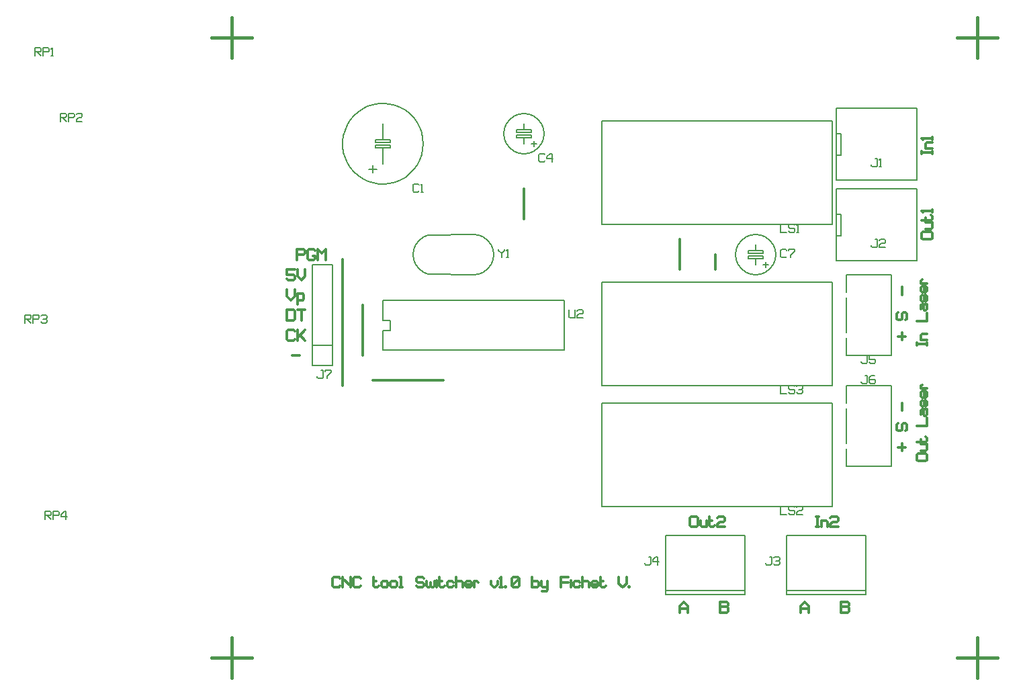
<source format=gbr>
G04                                                                  *
G04 SOURCE        : LAYO1 PCB.EXE VERSION 10                         *
G04 FORMAT        : GERBER RS-274X, Inch, 2.4, Leading Zero          *
G04 TITLE         : CNC3018SWITCHER_SILKSCREEN TOP                   *
G04 TIME          : Thursday, May 11, 2023  21:45:25                 *
G04                                                                  *
G04 Board width   : 120.000 mm. =  4.7244 inch                       *
G04 Board height  : 100.000 mm. =  3.9370 inch                       *
G04 Board offset  :   0.000 mm. =  0.0000 inch                       *
G04 Board offset  :   0.000 mm. =  0.0000 inch                       *
G04                                                                  *
G04 Apertures:                                                       *
G04       Type          X       Y             X       Y        Used  *
G04                      Inches                Metric                *
G04 D10   Draw        0.0118  0.0118        0.300   0.300       602  *
G04 D11   Draw        0.0079  0.0079        0.200   0.200       617  *
G04 D12   Draw        0.0157  0.0157        0.400   0.400        16  *
G04                                                                  *
%FSLAX24Y24*
MOIN*
SFA1.0B1.0*%
%ADD10C,0.0118*%
%ADD11C,0.0079*%
%ADD12C,0.0157*%
%LNSILKSCREEN TOP*%
G54D10*
X012000Y018370D02*
X015500Y018370D01*
X011500Y019620D02*
X011500Y022120D01*
X010500Y018120D02*
X010500Y024370D01*
X019500Y027870D02*
X019500Y026370D01*
X027250Y025370D02*
X027250Y023870D01*
X029000Y024620D02*
X029000Y023870D01*
X039762Y029684D02*
X039250Y029684D01*
X039250Y029620D02*
X039250Y029748D01*
X039762Y029620D02*
X039762Y029748D01*
X039762Y029876D02*
X039442Y029876D01*
X039506Y029876D02*
X039442Y029940D01*
X039442Y030132D01*
X039506Y030196D01*
X039762Y030196D01*
X039762Y030324D02*
X039762Y030452D01*
X039762Y030388D02*
X039250Y030388D01*
X039314Y030324D01*
X039762Y025690D02*
X039762Y025434D01*
X039698Y025370D01*
X039314Y025370D01*
X039250Y025434D01*
X039250Y025690D01*
X039314Y025754D01*
X039698Y025754D01*
X039762Y025690D01*
X039442Y025882D02*
X039698Y025882D01*
X039762Y025946D01*
X039762Y026138D01*
X039698Y026202D01*
X039442Y026202D02*
X039762Y026202D01*
X039250Y026330D02*
X039698Y026330D01*
X039762Y026394D01*
X039762Y026522D01*
X039698Y026585D01*
X039442Y026330D02*
X039442Y026458D01*
X039762Y026713D02*
X039762Y026841D01*
X039762Y026777D02*
X039250Y026777D01*
X039314Y026713D01*
X034064Y011108D02*
X034064Y011620D01*
X034000Y011620D02*
X034128Y011620D01*
X034000Y011108D02*
X034128Y011108D01*
X034256Y011108D02*
X034256Y011428D01*
X034256Y011364D02*
X034320Y011428D01*
X034512Y011428D01*
X034576Y011364D01*
X034576Y011108D01*
X035087Y011108D02*
X034704Y011108D01*
X034704Y011236D01*
X034832Y011364D01*
X035023Y011364D01*
X035087Y011428D01*
X035087Y011556D01*
X035023Y011620D01*
X034768Y011620D01*
X034704Y011556D01*
X028070Y011108D02*
X027814Y011108D01*
X027750Y011172D01*
X027750Y011556D01*
X027814Y011620D01*
X028070Y011620D01*
X028134Y011556D01*
X028134Y011172D01*
X028070Y011108D01*
X028262Y011428D02*
X028262Y011172D01*
X028326Y011108D01*
X028518Y011108D01*
X028582Y011172D01*
X028582Y011428D02*
X028582Y011108D01*
X028710Y011620D02*
X028710Y011172D01*
X028773Y011108D01*
X028901Y011108D01*
X028965Y011172D01*
X028710Y011428D02*
X028837Y011428D01*
X029477Y011108D02*
X029093Y011108D01*
X029093Y011236D01*
X029221Y011364D01*
X029413Y011364D01*
X029477Y011428D01*
X029477Y011556D01*
X029413Y011620D01*
X029157Y011620D01*
X029093Y011556D01*
X039512Y020184D02*
X039000Y020184D01*
X039000Y020120D02*
X039000Y020248D01*
X039512Y020120D02*
X039512Y020248D01*
X039512Y020376D02*
X039192Y020376D01*
X039256Y020376D02*
X039192Y020440D01*
X039192Y020632D01*
X039256Y020696D01*
X039512Y020696D01*
X039000Y021335D02*
X039512Y021335D01*
X039512Y021719D01*
X039192Y021911D02*
X039192Y022103D01*
X039256Y022167D01*
X039512Y022167D01*
X039448Y022167D02*
X039512Y022103D01*
X039512Y021911D01*
X039448Y021847D01*
X039384Y021847D01*
X039320Y021911D01*
X039320Y022103D01*
X039384Y022167D01*
X039448Y022295D02*
X039512Y022359D01*
X039512Y022551D01*
X039448Y022615D01*
X039416Y022615D01*
X039352Y022551D01*
X039352Y022359D01*
X039288Y022295D01*
X039256Y022295D01*
X039192Y022359D01*
X039192Y022551D01*
X039256Y022615D01*
X039448Y023063D02*
X039512Y022999D01*
X039512Y022807D01*
X039448Y022743D01*
X039256Y022743D01*
X039192Y022807D01*
X039192Y022999D01*
X039256Y023063D01*
X039352Y023063D01*
X039352Y022743D01*
X039512Y023191D02*
X039192Y023191D01*
X039256Y023191D02*
X039192Y023255D01*
X039192Y023319D01*
X039256Y023382D01*
X039512Y014690D02*
X039512Y014434D01*
X039448Y014370D01*
X039064Y014370D01*
X039000Y014434D01*
X039000Y014690D01*
X039064Y014754D01*
X039448Y014754D01*
X039512Y014690D01*
X039192Y014882D02*
X039448Y014882D01*
X039512Y014946D01*
X039512Y015138D01*
X039448Y015202D01*
X039192Y015202D02*
X039512Y015202D01*
X039000Y015330D02*
X039448Y015330D01*
X039512Y015394D01*
X039512Y015522D01*
X039448Y015585D01*
X039192Y015330D02*
X039192Y015458D01*
X038256Y022620D02*
X038256Y023004D01*
X038448Y021370D02*
X038512Y021434D01*
X038512Y021690D01*
X038448Y021754D01*
X038320Y021754D01*
X038256Y021690D01*
X038256Y021434D01*
X038192Y021370D01*
X038064Y021370D01*
X038000Y021434D01*
X038000Y021690D01*
X038064Y021754D01*
X038064Y020562D02*
X038448Y020562D01*
X038256Y020370D02*
X038256Y020754D01*
X038256Y016870D02*
X038256Y017254D01*
X038448Y015870D02*
X038512Y015934D01*
X038512Y016190D01*
X038448Y016254D01*
X038320Y016254D01*
X038256Y016190D01*
X038256Y015934D01*
X038192Y015870D01*
X038064Y015870D01*
X038000Y015934D01*
X038000Y016190D01*
X038064Y016254D01*
X038064Y015062D02*
X038448Y015062D01*
X038256Y014870D02*
X038256Y015254D01*
X039000Y016120D02*
X039512Y016120D01*
X039512Y016504D01*
X039192Y016696D02*
X039192Y016888D01*
X039256Y016952D01*
X039512Y016952D01*
X039448Y016952D02*
X039512Y016888D01*
X039512Y016696D01*
X039448Y016632D01*
X039384Y016632D01*
X039320Y016696D01*
X039320Y016888D01*
X039384Y016952D01*
X039448Y017080D02*
X039512Y017144D01*
X039512Y017335D01*
X039448Y017399D01*
X039416Y017399D01*
X039352Y017335D01*
X039352Y017144D01*
X039288Y017080D01*
X039256Y017080D01*
X039192Y017144D01*
X039192Y017335D01*
X039256Y017399D01*
X039448Y017847D02*
X039512Y017783D01*
X039512Y017591D01*
X039448Y017527D01*
X039256Y017527D01*
X039192Y017591D01*
X039192Y017783D01*
X039256Y017847D01*
X039352Y017847D01*
X039352Y017527D01*
X039512Y017975D02*
X039192Y017975D01*
X039256Y017975D02*
X039192Y018039D01*
X039192Y018103D01*
X039256Y018167D01*
X010384Y008172D02*
X010320Y008108D01*
X010064Y008108D01*
X010000Y008172D01*
X010000Y008556D01*
X010064Y008620D01*
X010320Y008620D01*
X010384Y008556D01*
X010512Y008108D02*
X010512Y008620D01*
X010512Y008556D02*
X010896Y008172D01*
X010896Y008108D02*
X010896Y008620D01*
X011407Y008172D02*
X011343Y008108D01*
X011087Y008108D01*
X011023Y008172D01*
X011023Y008556D01*
X011087Y008620D01*
X011343Y008620D01*
X011407Y008556D01*
X012047Y008620D02*
X012047Y008172D01*
X012111Y008108D01*
X012239Y008108D01*
X012303Y008172D01*
X012047Y008428D02*
X012175Y008428D01*
X012495Y008108D02*
X012431Y008172D01*
X012431Y008364D01*
X012495Y008428D01*
X012687Y008428D01*
X012751Y008364D01*
X012751Y008172D01*
X012687Y008108D01*
X012495Y008108D01*
X012943Y008108D02*
X012879Y008172D01*
X012879Y008364D01*
X012943Y008428D01*
X013134Y008428D01*
X013198Y008364D01*
X013198Y008172D01*
X013134Y008108D01*
X012943Y008108D01*
X013326Y008108D02*
X013454Y008108D01*
X013390Y008108D02*
X013390Y008620D01*
X013326Y008620D01*
X014158Y008172D02*
X014222Y008108D01*
X014478Y008108D01*
X014542Y008172D01*
X014542Y008300D01*
X014478Y008364D01*
X014222Y008364D01*
X014158Y008428D01*
X014158Y008556D01*
X014222Y008620D01*
X014478Y008620D01*
X014542Y008556D01*
X014670Y008428D02*
X014670Y008172D01*
X014734Y008108D01*
X014798Y008108D01*
X014862Y008172D01*
X014862Y008364D01*
X014862Y008172D02*
X014926Y008108D01*
X014990Y008108D01*
X015054Y008172D01*
X015054Y008428D01*
X015181Y008108D02*
X015181Y008364D01*
X015181Y008428D02*
X015181Y008460D01*
X015309Y008620D02*
X015309Y008172D01*
X015373Y008108D01*
X015501Y008108D01*
X015565Y008172D01*
X015309Y008428D02*
X015437Y008428D01*
X016013Y008172D02*
X015949Y008108D01*
X015757Y008108D01*
X015693Y008172D01*
X015693Y008364D01*
X015757Y008428D01*
X015949Y008428D01*
X016013Y008364D01*
X016141Y008620D02*
X016141Y008108D01*
X016141Y008364D02*
X016205Y008428D01*
X016397Y008428D01*
X016461Y008364D01*
X016461Y008108D01*
X016909Y008172D02*
X016845Y008108D01*
X016653Y008108D01*
X016589Y008172D01*
X016589Y008364D01*
X016653Y008428D01*
X016845Y008428D01*
X016909Y008364D01*
X016909Y008268D01*
X016589Y008268D01*
X017037Y008108D02*
X017037Y008428D01*
X017037Y008364D02*
X017101Y008428D01*
X017164Y008428D01*
X017228Y008364D01*
X017868Y008428D02*
X017868Y008236D01*
X017996Y008108D01*
X018060Y008108D01*
X018188Y008236D01*
X018188Y008428D01*
X018316Y008108D02*
X018444Y008108D01*
X018380Y008108D02*
X018380Y008620D01*
X018316Y008556D01*
X018572Y008108D02*
X018604Y008108D01*
X018604Y008140D01*
X018572Y008140D01*
X018572Y008108D01*
X018956Y008108D02*
X018892Y008172D01*
X018892Y008556D01*
X018956Y008620D01*
X019211Y008620D01*
X019275Y008556D01*
X019275Y008172D01*
X019211Y008108D01*
X018956Y008108D01*
X018892Y008172D02*
X019275Y008556D01*
X019915Y008108D02*
X019915Y008620D01*
X019915Y008364D02*
X019979Y008428D01*
X020171Y008428D01*
X020235Y008364D01*
X020235Y008172D01*
X020171Y008108D01*
X019979Y008108D01*
X019915Y008172D01*
X020395Y007916D02*
X020619Y007916D01*
X020683Y007980D01*
X020683Y008428D01*
X020683Y008172D02*
X020619Y008108D01*
X020427Y008108D01*
X020363Y008172D01*
X020363Y008428D01*
X021322Y008108D02*
X021322Y008620D01*
X021706Y008620D01*
X021706Y008364D02*
X021322Y008364D01*
X021834Y008108D02*
X021834Y008364D01*
X021834Y008428D02*
X021834Y008460D01*
X022282Y008172D02*
X022218Y008108D01*
X022026Y008108D01*
X021962Y008172D01*
X021962Y008364D01*
X022026Y008428D01*
X022218Y008428D01*
X022282Y008364D01*
X022410Y008620D02*
X022410Y008108D01*
X022410Y008364D02*
X022474Y008428D01*
X022666Y008428D01*
X022730Y008364D01*
X022730Y008108D01*
X023178Y008172D02*
X023114Y008108D01*
X022922Y008108D01*
X022858Y008172D01*
X022858Y008364D01*
X022922Y008428D01*
X023114Y008428D01*
X023178Y008364D01*
X023178Y008268D01*
X022858Y008268D01*
X023305Y008620D02*
X023305Y008172D01*
X023369Y008108D01*
X023497Y008108D01*
X023561Y008172D01*
X023305Y008428D02*
X023433Y008428D01*
X024201Y008620D02*
X024201Y008300D01*
X024393Y008108D01*
X024585Y008300D01*
X024585Y008620D01*
X024713Y008108D02*
X024745Y008108D01*
X024745Y008140D01*
X024713Y008140D01*
X024713Y008108D01*
X008134Y023870D02*
X007750Y023870D01*
X007750Y023614D01*
X008070Y023614D01*
X008134Y023550D01*
X008134Y023422D01*
X008070Y023358D01*
X007814Y023358D01*
X007750Y023422D01*
X008262Y023870D02*
X008262Y023550D01*
X008454Y023358D01*
X008646Y023550D01*
X008646Y023870D01*
X007750Y022870D02*
X007750Y022550D01*
X007942Y022358D01*
X008134Y022550D01*
X008134Y022870D01*
X008262Y022166D02*
X008262Y022678D01*
X008262Y022614D02*
X008326Y022678D01*
X008518Y022678D01*
X008582Y022614D01*
X008582Y022422D01*
X008518Y022358D01*
X008326Y022358D01*
X008262Y022422D01*
X007750Y021358D02*
X007750Y021870D01*
X008070Y021870D01*
X008134Y021806D01*
X008134Y021422D01*
X008070Y021358D01*
X007750Y021358D01*
X008454Y021358D02*
X008454Y021870D01*
X008262Y021870D02*
X008646Y021870D01*
X008134Y020422D02*
X008070Y020358D01*
X007814Y020358D01*
X007750Y020422D01*
X007750Y020806D01*
X007814Y020870D01*
X008070Y020870D01*
X008134Y020806D01*
X008262Y020358D02*
X008262Y020870D01*
X008262Y020486D02*
X008646Y020870D01*
X008390Y020614D02*
X008646Y020358D01*
X008000Y019614D02*
X008384Y019614D01*
X008250Y024358D02*
X008250Y024870D01*
X008570Y024870D01*
X008634Y024806D01*
X008634Y024678D01*
X008570Y024614D01*
X008250Y024614D01*
X009018Y024550D02*
X009146Y024550D01*
X009146Y024422D01*
X009082Y024358D01*
X008826Y024358D01*
X008762Y024422D01*
X008762Y024806D01*
X008826Y024870D01*
X009082Y024870D01*
X009146Y024806D01*
X009273Y024358D02*
X009273Y024870D01*
X009465Y024678D01*
X009657Y024870D01*
X009657Y024358D01*
X027250Y006858D02*
X027250Y007178D01*
X027442Y007370D01*
X027634Y007178D01*
X027634Y006858D01*
X027250Y007050D02*
X027634Y007050D01*
X029250Y006858D02*
X029250Y007370D01*
X029570Y007370D01*
X029634Y007306D01*
X029634Y007210D01*
X029570Y007146D01*
X029250Y007146D01*
X029570Y007146D02*
X029634Y007082D01*
X029634Y006922D01*
X029570Y006858D01*
X029250Y006858D01*
X035250Y006858D02*
X035250Y007370D01*
X035570Y007370D01*
X035634Y007306D01*
X035634Y007210D01*
X035570Y007146D01*
X035250Y007146D01*
X035570Y007146D02*
X035634Y007082D01*
X035634Y006922D01*
X035570Y006858D01*
X035250Y006858D01*
X033250Y006858D02*
X033250Y007178D01*
X033442Y007370D01*
X033634Y007178D01*
X033634Y006858D01*
X033250Y007050D02*
X033634Y007050D01*
G54D11*
X012126Y030057D02*
X012874Y030057D01*
X012874Y029931D01*
X012126Y029931D01*
X012126Y030057D01*
X012126Y030183D02*
X012874Y030183D01*
X012874Y030309D01*
X012126Y030309D01*
X012126Y030183D01*
X012500Y029931D02*
X012500Y029120D01*
X012500Y030309D02*
X012500Y031120D01*
X014500Y030120D02*
X014500Y030120D01*
X014484Y030400D01*
X014421Y030675D01*
X014327Y030931D01*
X014197Y031183D01*
X014031Y031407D01*
X013835Y031604D01*
X013618Y031778D01*
X013374Y031915D01*
X013118Y032026D01*
X012843Y032089D01*
X012571Y032120D01*
X012287Y032112D01*
X012016Y032057D01*
X011748Y031970D01*
X011500Y031856D01*
X011264Y031699D01*
X011063Y031510D01*
X010882Y031293D01*
X010736Y031057D01*
X010618Y030801D01*
X010547Y030533D01*
X010508Y030262D01*
X010508Y029978D01*
X010547Y029699D01*
X010626Y029431D01*
X010736Y029175D01*
X010882Y028939D01*
X011063Y028730D01*
X011272Y028541D01*
X011500Y028384D01*
X011756Y028262D01*
X012024Y028175D01*
X012295Y028128D01*
X012571Y028120D01*
X012850Y028152D01*
X013126Y028222D01*
X013382Y028325D01*
X013626Y028463D01*
X013843Y028636D01*
X014031Y028841D01*
X014197Y029065D01*
X014327Y029309D01*
X014421Y029573D01*
X014484Y029848D01*
X014500Y030128D01*
X011811Y028868D02*
X012189Y028868D01*
X012000Y028683D02*
X012000Y029057D01*
X019874Y030120D02*
X020126Y030120D01*
X020000Y029994D02*
X020000Y030246D01*
X020500Y030620D02*
X020500Y030620D01*
X020469Y030876D01*
X020366Y031120D01*
X020205Y031333D01*
X020000Y031486D01*
X019756Y031589D01*
X019500Y031620D01*
X019244Y031589D01*
X019000Y031486D01*
X018787Y031325D01*
X018634Y031120D01*
X018531Y030876D01*
X018500Y030620D01*
X018531Y030364D01*
X018634Y030120D01*
X018795Y029907D01*
X019000Y029754D01*
X019244Y029652D01*
X019500Y029620D01*
X019756Y029652D01*
X020000Y029754D01*
X020213Y029915D01*
X020366Y030120D01*
X020469Y030364D01*
X020500Y030620D01*
X019126Y030557D02*
X019874Y030557D01*
X019874Y030431D01*
X019126Y030431D01*
X019126Y030557D01*
X019126Y030683D02*
X019874Y030683D01*
X019874Y030809D01*
X019126Y030809D01*
X019126Y030683D01*
X019500Y030809D02*
X019500Y031120D01*
X019500Y030431D02*
X019500Y030120D01*
X031374Y024120D02*
X031626Y024120D01*
X031500Y023994D02*
X031500Y024246D01*
X032000Y024620D02*
X032000Y024620D01*
X031969Y024876D01*
X031866Y025120D01*
X031705Y025333D01*
X031500Y025486D01*
X031256Y025589D01*
X031000Y025620D01*
X030744Y025589D01*
X030500Y025486D01*
X030287Y025325D01*
X030134Y025120D01*
X030031Y024876D01*
X030000Y024620D01*
X030031Y024364D01*
X030134Y024120D01*
X030295Y023907D01*
X030500Y023754D01*
X030744Y023652D01*
X031000Y023620D01*
X031256Y023652D01*
X031500Y023754D01*
X031713Y023915D01*
X031866Y024120D01*
X031969Y024364D01*
X032000Y024620D01*
X030626Y024557D02*
X031374Y024557D01*
X031374Y024431D01*
X030626Y024431D01*
X030626Y024557D01*
X030626Y024683D02*
X031374Y024683D01*
X031374Y024809D01*
X030626Y024809D01*
X030626Y024683D01*
X031000Y024809D02*
X031000Y025120D01*
X031000Y024431D02*
X031000Y024120D01*
X039000Y028308D02*
X035000Y028308D01*
X039000Y028308D02*
X039000Y031870D01*
X035000Y031870D01*
X035000Y028308D01*
X035250Y030620D02*
X035250Y029558D01*
X035250Y030620D02*
X035000Y030620D01*
X035250Y029558D02*
X035000Y029558D01*
X039000Y024308D02*
X035000Y024308D01*
X039000Y024308D02*
X039000Y027870D01*
X035000Y027870D01*
X035000Y024308D01*
X035250Y026620D02*
X035250Y025558D01*
X035250Y026620D02*
X035000Y026620D01*
X035250Y025558D02*
X035000Y025558D01*
X036484Y007746D02*
X032547Y007746D01*
X032547Y010699D01*
X036484Y010699D01*
X036484Y007746D01*
X036484Y007963D02*
X032547Y007963D01*
X030484Y007746D02*
X026547Y007746D01*
X026547Y010699D01*
X030484Y010699D01*
X030484Y007746D01*
X030484Y007963D02*
X026547Y007963D01*
X035500Y023620D02*
X037750Y023620D01*
X035500Y022745D02*
X035500Y023620D01*
X035500Y022495D02*
X035500Y020745D01*
X035500Y020495D02*
X035500Y019620D01*
X037750Y019620D01*
X037750Y023620D01*
X035500Y018120D02*
X037750Y018120D01*
X035500Y017245D02*
X035500Y018120D01*
X035500Y016995D02*
X035500Y015245D01*
X035500Y014995D02*
X035500Y014120D01*
X037750Y014120D01*
X037750Y018120D01*
X009000Y019120D02*
X009000Y024120D01*
X010000Y024120D01*
X010000Y019120D01*
X009000Y019120D01*
X009000Y020120D02*
X010000Y020120D01*
X023374Y026120D02*
X023374Y031238D01*
X034787Y031238D01*
X034787Y026120D01*
X023374Y026120D01*
X023374Y012120D02*
X023374Y017238D01*
X034787Y017238D01*
X034787Y012120D01*
X023374Y012120D01*
X023374Y018120D02*
X023374Y023238D01*
X034787Y023238D01*
X034787Y018120D01*
X023374Y018120D01*
X012500Y022368D02*
X021500Y022368D01*
X021500Y019872D01*
X012500Y019872D01*
X012500Y020868D01*
X012874Y020868D01*
X012874Y021368D01*
X012500Y021368D01*
X012500Y022368D01*
X017000Y025620D02*
X017000Y025620D01*
X014744Y025589D01*
X014500Y025486D01*
X014287Y025325D01*
X014134Y025120D01*
X014031Y024876D01*
X014000Y024620D01*
X014031Y024364D01*
X014134Y024120D01*
X014295Y023907D01*
X014500Y023754D01*
X014744Y023652D01*
X017000Y023620D01*
X017256Y023652D01*
X017500Y023754D01*
X017713Y023915D01*
X017866Y024120D01*
X017969Y024364D01*
X018000Y024620D01*
X017969Y024876D01*
X017866Y025120D01*
X017705Y025333D01*
X017500Y025486D01*
X017256Y025589D01*
X017000Y025620D01*
X014295Y027776D02*
X014246Y027726D01*
X014049Y027726D01*
X014000Y027776D01*
X014000Y028071D01*
X014049Y028120D01*
X014246Y028120D01*
X014295Y028071D01*
X014394Y027726D02*
X014492Y027726D01*
X014443Y027726D02*
X014443Y028120D01*
X014394Y028071D01*
X020545Y029276D02*
X020496Y029226D01*
X020299Y029226D01*
X020250Y029276D01*
X020250Y029571D01*
X020299Y029620D01*
X020496Y029620D01*
X020545Y029571D01*
X020890Y029226D02*
X020890Y029620D01*
X020791Y029620D01*
X020644Y029472D01*
X020644Y029374D01*
X020939Y029374D01*
X032545Y024526D02*
X032496Y024476D01*
X032299Y024476D01*
X032250Y024526D01*
X032250Y024821D01*
X032299Y024870D01*
X032496Y024870D01*
X032545Y024821D01*
X032644Y024821D02*
X032644Y024870D01*
X032939Y024870D01*
X032939Y024772D01*
X032742Y024575D01*
X032742Y024476D01*
X036750Y029075D02*
X036750Y029026D01*
X036799Y028976D01*
X036996Y028976D01*
X037045Y029026D01*
X037045Y029370D01*
X036947Y029370D01*
X037144Y028976D02*
X037242Y028976D01*
X037193Y028976D02*
X037193Y029370D01*
X037144Y029321D01*
X036750Y025075D02*
X036750Y025026D01*
X036799Y024976D01*
X036996Y024976D01*
X037045Y025026D01*
X037045Y025370D01*
X036947Y025370D01*
X037439Y024976D02*
X037144Y024976D01*
X037144Y025075D01*
X037242Y025173D01*
X037390Y025173D01*
X037439Y025222D01*
X037439Y025321D01*
X037390Y025370D01*
X037193Y025370D01*
X037144Y025321D01*
X031500Y009325D02*
X031500Y009276D01*
X031549Y009226D01*
X031746Y009226D01*
X031795Y009276D01*
X031795Y009620D01*
X031697Y009620D01*
X031894Y009571D02*
X031943Y009620D01*
X032140Y009620D01*
X032189Y009571D01*
X032189Y009472D01*
X032140Y009423D01*
X031992Y009423D01*
X032140Y009423D02*
X032189Y009374D01*
X032189Y009276D01*
X032140Y009226D01*
X031943Y009226D01*
X031894Y009276D01*
X025500Y009325D02*
X025500Y009276D01*
X025549Y009226D01*
X025746Y009226D01*
X025795Y009276D01*
X025795Y009620D01*
X025697Y009620D01*
X026140Y009226D02*
X026140Y009620D01*
X026041Y009620D01*
X025894Y009472D01*
X025894Y009374D01*
X026189Y009374D01*
X036250Y019325D02*
X036250Y019276D01*
X036299Y019226D01*
X036496Y019226D01*
X036545Y019276D01*
X036545Y019620D01*
X036447Y019620D01*
X036939Y019620D02*
X036644Y019620D01*
X036644Y019423D01*
X036890Y019423D01*
X036939Y019374D01*
X036939Y019276D01*
X036890Y019226D01*
X036693Y019226D01*
X036644Y019276D01*
X036250Y018325D02*
X036250Y018276D01*
X036299Y018226D01*
X036496Y018226D01*
X036545Y018276D01*
X036545Y018620D01*
X036447Y018620D01*
X036890Y018620D02*
X036742Y018620D01*
X036644Y018522D01*
X036644Y018276D01*
X036693Y018226D01*
X036890Y018226D01*
X036939Y018276D01*
X036939Y018374D01*
X036890Y018423D01*
X036644Y018423D01*
X009250Y018575D02*
X009250Y018526D01*
X009299Y018476D01*
X009496Y018476D01*
X009545Y018526D01*
X009545Y018870D01*
X009447Y018870D01*
X009644Y018821D02*
X009644Y018870D01*
X009939Y018870D01*
X009939Y018772D01*
X009742Y018575D01*
X009742Y018476D01*
X032250Y026120D02*
X032250Y025726D01*
X032545Y025726D01*
X032644Y025776D02*
X032693Y025726D01*
X032890Y025726D01*
X032939Y025776D01*
X032939Y025874D01*
X032890Y025923D01*
X032693Y025923D01*
X032644Y025972D01*
X032644Y026071D01*
X032693Y026120D01*
X032890Y026120D01*
X032939Y026071D01*
X033037Y025726D02*
X033136Y025726D01*
X033086Y025726D02*
X033086Y026120D01*
X033037Y026071D01*
X032250Y012120D02*
X032250Y011726D01*
X032545Y011726D01*
X032644Y011776D02*
X032693Y011726D01*
X032890Y011726D01*
X032939Y011776D01*
X032939Y011874D01*
X032890Y011923D01*
X032693Y011923D01*
X032644Y011972D01*
X032644Y012071D01*
X032693Y012120D01*
X032890Y012120D01*
X032939Y012071D01*
X033333Y011726D02*
X033037Y011726D01*
X033037Y011825D01*
X033136Y011923D01*
X033283Y011923D01*
X033333Y011972D01*
X033333Y012071D01*
X033283Y012120D01*
X033086Y012120D01*
X033037Y012071D01*
X032250Y018120D02*
X032250Y017726D01*
X032545Y017726D01*
X032644Y017776D02*
X032693Y017726D01*
X032890Y017726D01*
X032939Y017776D01*
X032939Y017874D01*
X032890Y017923D01*
X032693Y017923D01*
X032644Y017972D01*
X032644Y018071D01*
X032693Y018120D01*
X032890Y018120D01*
X032939Y018071D01*
X033037Y018071D02*
X033086Y018120D01*
X033283Y018120D01*
X033333Y018071D01*
X033333Y017972D01*
X033283Y017923D01*
X033136Y017923D01*
X033283Y017923D02*
X033333Y017874D01*
X033333Y017776D01*
X033283Y017726D01*
X033086Y017726D01*
X033037Y017776D01*
X021750Y021870D02*
X021750Y021526D01*
X021799Y021476D01*
X021996Y021476D01*
X022045Y021526D01*
X022045Y021870D02*
X022045Y021476D01*
X022439Y021476D02*
X022144Y021476D01*
X022144Y021575D01*
X022242Y021673D01*
X022390Y021673D01*
X022439Y021722D01*
X022439Y021821D01*
X022390Y021870D01*
X022193Y021870D01*
X022144Y021821D01*
X018250Y024870D02*
X018250Y024821D01*
X018398Y024673D01*
X018545Y024821D01*
X018545Y024870D01*
X018398Y024673D02*
X018398Y024476D01*
X018644Y024476D02*
X018742Y024476D01*
X018693Y024476D02*
X018693Y024870D01*
X018644Y024821D01*
X-004750Y034476D02*
X-004750Y034870D01*
X-004504Y034870D01*
X-004455Y034821D01*
X-004455Y034722D01*
X-004504Y034673D01*
X-004750Y034673D01*
X-004652Y034673D02*
X-004455Y034476D01*
X-004356Y034476D02*
X-004356Y034870D01*
X-004110Y034870D01*
X-004061Y034821D01*
X-004061Y034722D01*
X-004110Y034673D01*
X-004356Y034673D01*
X-003963Y034476D02*
X-003864Y034476D01*
X-003914Y034476D02*
X-003914Y034870D01*
X-003963Y034821D01*
X-003500Y031226D02*
X-003500Y031620D01*
X-003254Y031620D01*
X-003205Y031571D01*
X-003205Y031472D01*
X-003254Y031423D01*
X-003500Y031423D01*
X-003402Y031423D02*
X-003205Y031226D01*
X-003106Y031226D02*
X-003106Y031620D01*
X-002860Y031620D01*
X-002811Y031571D01*
X-002811Y031472D01*
X-002860Y031423D01*
X-003106Y031423D01*
X-002417Y031226D02*
X-002713Y031226D01*
X-002713Y031325D01*
X-002614Y031423D01*
X-002467Y031423D01*
X-002417Y031472D01*
X-002417Y031571D01*
X-002467Y031620D01*
X-002664Y031620D01*
X-002713Y031571D01*
X-005250Y021226D02*
X-005250Y021620D01*
X-005004Y021620D01*
X-004955Y021571D01*
X-004955Y021472D01*
X-005004Y021423D01*
X-005250Y021423D01*
X-005152Y021423D02*
X-004955Y021226D01*
X-004856Y021226D02*
X-004856Y021620D01*
X-004610Y021620D01*
X-004561Y021571D01*
X-004561Y021472D01*
X-004610Y021423D01*
X-004856Y021423D01*
X-004463Y021571D02*
X-004414Y021620D01*
X-004217Y021620D01*
X-004167Y021571D01*
X-004167Y021472D01*
X-004217Y021423D01*
X-004364Y021423D01*
X-004217Y021423D02*
X-004167Y021374D01*
X-004167Y021276D01*
X-004217Y021226D01*
X-004414Y021226D01*
X-004463Y021276D01*
X-004250Y011476D02*
X-004250Y011870D01*
X-004004Y011870D01*
X-003955Y011821D01*
X-003955Y011722D01*
X-004004Y011673D01*
X-004250Y011673D01*
X-004152Y011673D02*
X-003955Y011476D01*
X-003856Y011476D02*
X-003856Y011870D01*
X-003610Y011870D01*
X-003561Y011821D01*
X-003561Y011722D01*
X-003610Y011673D01*
X-003856Y011673D01*
X-003217Y011476D02*
X-003217Y011870D01*
X-003315Y011870D01*
X-003463Y011722D01*
X-003463Y011624D01*
X-003167Y011624D01*
G54D12*
X004000Y035370D02*
X006000Y035370D01*
X005000Y034370D02*
X005000Y036370D01*
X041000Y035370D02*
X043000Y035370D01*
X042000Y034370D02*
X042000Y036370D01*
X041000Y004620D02*
X043000Y004620D01*
X042000Y003620D02*
X042000Y005620D01*
X004000Y004620D02*
X006000Y004620D01*
X005000Y003620D02*
X005000Y005620D01*
M02*

</source>
